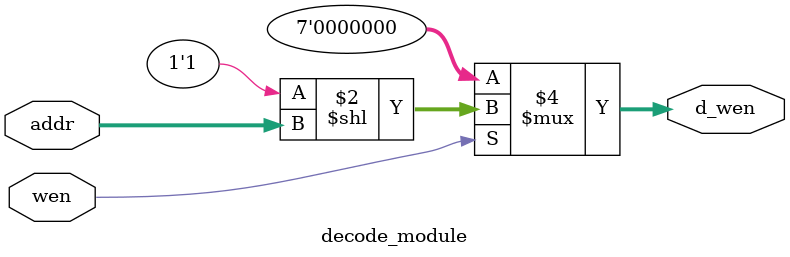
<source format=sv>
module decode_module
	#(
		parameter CGES = 'd7
	)
	(
		input wen,
		input [$clog2(CGES)-'d1:0] addr,
		output logic [CGES-'d1:0] d_wen
	);
	
	always@(addr, wen) begin
		if(wen) begin
			d_wen = 1'b1 <<addr;
		end
		else begin
			d_wen = {(CGES){1'd0}};
		end
	end
endmodule
</source>
